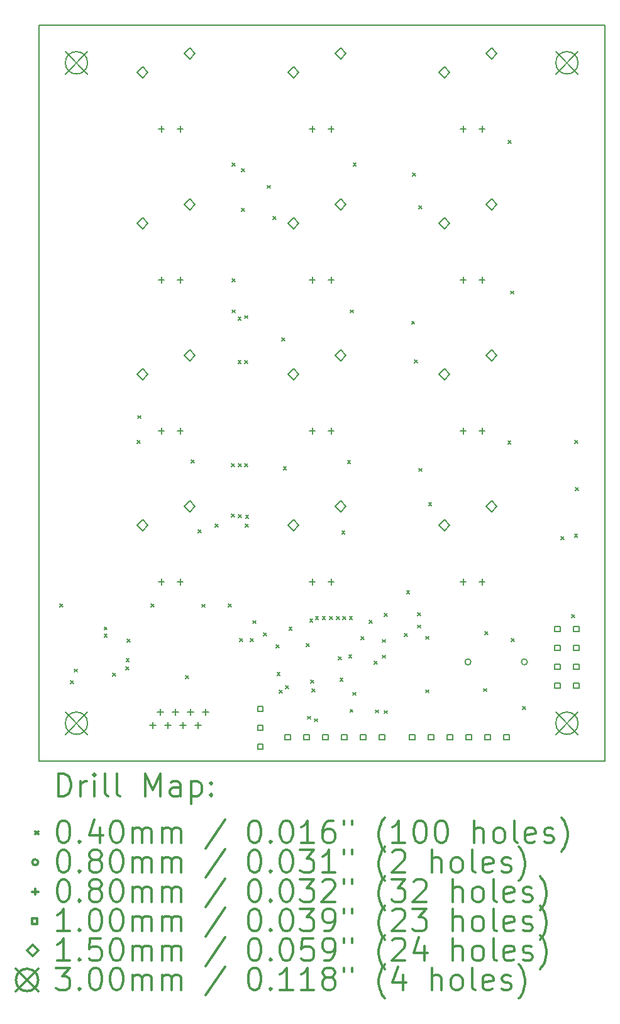
<source format=gbr>
%FSLAX45Y45*%
G04 Gerber Fmt 4.5, Leading zero omitted, Abs format (unit mm)*
G04 Created by KiCad (PCBNEW (2015-10-14 BZR 6269, Git 3ca8244)-product) date Fri 03 Jun 2016 07:48:57 PM IST*
%MOMM*%
G01*
G04 APERTURE LIST*
%ADD10C,0.127000*%
%ADD11C,0.150000*%
%ADD12C,0.200000*%
%ADD13C,0.300000*%
G04 APERTURE END LIST*
D10*
D11*
X9906000Y-3429000D02*
X2286000Y-3429000D01*
X2286000Y-13335000D02*
X2286000Y-3429000D01*
X9906000Y-13335000D02*
X2286000Y-13335000D01*
X9906000Y-3429000D02*
X9906000Y-13335000D01*
D12*
X2570800Y-11219500D02*
X2610800Y-11259500D01*
X2610800Y-11219500D02*
X2570800Y-11259500D01*
X2716850Y-12254550D02*
X2756850Y-12294550D01*
X2756850Y-12254550D02*
X2716850Y-12294550D01*
X2765913Y-12097446D02*
X2805913Y-12137446D01*
X2805913Y-12097446D02*
X2765913Y-12137446D01*
X3167700Y-11530650D02*
X3207700Y-11570650D01*
X3207700Y-11530650D02*
X3167700Y-11570650D01*
X3167700Y-11625900D02*
X3207700Y-11665900D01*
X3207700Y-11625900D02*
X3167700Y-11665900D01*
X3282000Y-12152950D02*
X3322000Y-12192950D01*
X3322000Y-12152950D02*
X3282000Y-12192950D01*
X3459800Y-12070400D02*
X3499800Y-12110400D01*
X3499800Y-12070400D02*
X3459800Y-12110400D01*
X3462400Y-11957700D02*
X3502400Y-11997700D01*
X3502400Y-11957700D02*
X3462400Y-11997700D01*
X3478850Y-11695750D02*
X3518850Y-11735750D01*
X3518850Y-11695750D02*
X3478850Y-11735750D01*
X3612200Y-9022400D02*
X3652200Y-9062400D01*
X3652200Y-9022400D02*
X3612200Y-9062400D01*
X3618550Y-8685850D02*
X3658550Y-8725850D01*
X3658550Y-8685850D02*
X3618550Y-8725850D01*
X3796350Y-11219500D02*
X3836350Y-11259500D01*
X3836350Y-11219500D02*
X3796350Y-11259500D01*
X4262440Y-12185970D02*
X4302440Y-12225970D01*
X4302440Y-12185970D02*
X4262440Y-12225970D01*
X4340164Y-9285036D02*
X4380164Y-9325036D01*
X4380164Y-9285036D02*
X4340164Y-9325036D01*
X4430080Y-10223820D02*
X4470080Y-10263820D01*
X4470080Y-10223820D02*
X4430080Y-10263820D01*
X4482150Y-11225850D02*
X4522150Y-11265850D01*
X4522150Y-11225850D02*
X4482150Y-11265850D01*
X4659950Y-10146350D02*
X4699950Y-10186350D01*
X4699950Y-10146350D02*
X4659950Y-10186350D01*
X4841560Y-11222040D02*
X4881560Y-11262040D01*
X4881560Y-11222040D02*
X4841560Y-11262040D01*
X4882200Y-9333550D02*
X4922200Y-9373550D01*
X4922200Y-9333550D02*
X4882200Y-9373550D01*
X4882200Y-10013000D02*
X4922200Y-10053000D01*
X4922200Y-10013000D02*
X4882200Y-10053000D01*
X4888550Y-5288600D02*
X4928550Y-5328600D01*
X4928550Y-5288600D02*
X4888550Y-5328600D01*
X4888550Y-6844350D02*
X4928550Y-6884350D01*
X4928550Y-6844350D02*
X4888550Y-6884350D01*
X4888550Y-7263450D02*
X4928550Y-7303450D01*
X4928550Y-7263450D02*
X4888550Y-7303450D01*
X4971100Y-7358700D02*
X5011100Y-7398700D01*
X5011100Y-7358700D02*
X4971100Y-7398700D01*
X4971100Y-7942900D02*
X5011100Y-7982900D01*
X5011100Y-7942900D02*
X4971100Y-7982900D01*
X4977450Y-9333550D02*
X5017450Y-9373550D01*
X5017450Y-9333550D02*
X4977450Y-9373550D01*
X4977450Y-10019350D02*
X5017450Y-10059350D01*
X5017450Y-10019350D02*
X4977450Y-10059350D01*
X4988880Y-11688130D02*
X5028880Y-11728130D01*
X5028880Y-11688130D02*
X4988880Y-11728130D01*
X5015550Y-5364800D02*
X5055550Y-5404800D01*
X5055550Y-5364800D02*
X5015550Y-5404800D01*
X5015550Y-5898200D02*
X5055550Y-5938200D01*
X5055550Y-5898200D02*
X5015550Y-5938200D01*
X5057450Y-9333550D02*
X5097450Y-9373550D01*
X5097450Y-9333550D02*
X5057450Y-9373550D01*
X5060000Y-7339650D02*
X5100000Y-7379650D01*
X5100000Y-7339650D02*
X5060000Y-7379650D01*
X5060000Y-7942900D02*
X5100000Y-7982900D01*
X5100000Y-7942900D02*
X5060000Y-7982900D01*
X5066350Y-10146350D02*
X5106350Y-10186350D01*
X5106350Y-10146350D02*
X5066350Y-10186350D01*
X5072700Y-10025700D02*
X5112700Y-10065700D01*
X5112700Y-10025700D02*
X5072700Y-10065700D01*
X5133660Y-11688130D02*
X5173660Y-11728130D01*
X5173660Y-11688130D02*
X5133660Y-11728130D01*
X5166680Y-11446501D02*
X5206680Y-11486501D01*
X5206680Y-11446501D02*
X5166680Y-11486501D01*
X5314000Y-11611930D02*
X5354000Y-11651930D01*
X5354000Y-11611930D02*
X5314000Y-11651930D01*
X5364800Y-5587050D02*
X5404800Y-5627050D01*
X5404800Y-5587050D02*
X5364800Y-5627050D01*
X5441000Y-6006150D02*
X5481000Y-6046150D01*
X5481000Y-6006150D02*
X5441000Y-6046150D01*
X5485450Y-11771950D02*
X5525450Y-11811950D01*
X5525450Y-11771950D02*
X5485450Y-11811950D01*
X5494859Y-12141520D02*
X5534859Y-12181520D01*
X5534859Y-12141520D02*
X5494859Y-12181520D01*
X5527360Y-12380280D02*
X5567360Y-12420280D01*
X5567360Y-12380280D02*
X5527360Y-12420280D01*
X5561650Y-7638100D02*
X5601650Y-7678100D01*
X5601650Y-7638100D02*
X5561650Y-7678100D01*
X5580700Y-9378000D02*
X5620700Y-9418000D01*
X5620700Y-9378000D02*
X5580700Y-9418000D01*
X5608640Y-12324400D02*
X5648640Y-12364400D01*
X5648640Y-12324400D02*
X5608640Y-12364400D01*
X5655630Y-11534460D02*
X5695630Y-11574460D01*
X5695630Y-11534460D02*
X5655630Y-11574460D01*
X5888040Y-11755442D02*
X5928040Y-11795442D01*
X5928040Y-11755442D02*
X5888040Y-11795442D01*
X5903280Y-12731799D02*
X5943280Y-12771799D01*
X5943280Y-12731799D02*
X5903280Y-12771799D01*
X5936272Y-11424044D02*
X5976272Y-11464044D01*
X5976272Y-11424044D02*
X5936272Y-11464044D01*
X5949000Y-12248200D02*
X5989000Y-12288200D01*
X5989000Y-12248200D02*
X5949000Y-12288200D01*
X5968050Y-12362500D02*
X6008050Y-12402500D01*
X6008050Y-12362500D02*
X5968050Y-12402500D01*
X5999800Y-12766360D02*
X6039800Y-12806360D01*
X6039800Y-12766360D02*
X5999800Y-12806360D01*
X6012176Y-11391728D02*
X6052176Y-11431728D01*
X6052176Y-11391728D02*
X6012176Y-11431728D01*
X6103940Y-11390950D02*
X6143940Y-11430950D01*
X6143940Y-11390950D02*
X6103940Y-11430950D01*
X6201730Y-11389680D02*
X6241730Y-11429680D01*
X6241730Y-11389680D02*
X6201730Y-11429680D01*
X6294440Y-11388410D02*
X6334440Y-11428410D01*
X6334440Y-11388410D02*
X6294440Y-11428410D01*
X6321110Y-11933240D02*
X6361110Y-11973240D01*
X6361110Y-11933240D02*
X6321110Y-11973240D01*
X6342700Y-12222800D02*
X6382700Y-12262800D01*
X6382700Y-12222800D02*
X6342700Y-12262800D01*
X6368100Y-10241600D02*
X6408100Y-10281600D01*
X6408100Y-10241600D02*
X6368100Y-10281600D01*
X6382205Y-11387729D02*
X6422205Y-11427729D01*
X6422205Y-11387729D02*
X6382205Y-11427729D01*
X6444300Y-9289100D02*
X6484300Y-9329100D01*
X6484300Y-9289100D02*
X6444300Y-9329100D01*
X6459540Y-11904301D02*
X6499540Y-11944301D01*
X6499540Y-11904301D02*
X6459540Y-11944301D01*
X6469700Y-11393490D02*
X6509700Y-11433490D01*
X6509700Y-11393490D02*
X6469700Y-11433490D01*
X6477320Y-12640359D02*
X6517320Y-12680359D01*
X6517320Y-12640359D02*
X6477320Y-12680359D01*
X6482400Y-7263450D02*
X6522400Y-7303450D01*
X6522400Y-7263450D02*
X6482400Y-7303450D01*
X6517960Y-12410760D02*
X6557960Y-12450760D01*
X6557960Y-12410760D02*
X6517960Y-12450760D01*
X6520500Y-5288600D02*
X6560500Y-5328600D01*
X6560500Y-5288600D02*
X6520500Y-5328600D01*
X6624640Y-11663002D02*
X6664640Y-11703002D01*
X6664640Y-11663002D02*
X6624640Y-11703002D01*
X6733860Y-11443020D02*
X6773860Y-11483020D01*
X6773860Y-11443020D02*
X6733860Y-11483020D01*
X6806250Y-11994200D02*
X6846250Y-12034200D01*
X6846250Y-11994200D02*
X6806250Y-12034200D01*
X6818950Y-12648250D02*
X6858950Y-12688250D01*
X6858950Y-12648250D02*
X6818950Y-12688250D01*
X6911660Y-11699560D02*
X6951660Y-11739560D01*
X6951660Y-11699560D02*
X6911660Y-11739560D01*
X6914200Y-11910380D02*
X6954200Y-11950380D01*
X6954200Y-11910380D02*
X6914200Y-11950380D01*
X6937060Y-12655599D02*
X6977060Y-12695599D01*
X6977060Y-12655599D02*
X6937060Y-12695599D01*
X6939600Y-11349040D02*
X6979600Y-11389040D01*
X6979600Y-11349040D02*
X6939600Y-11389040D01*
X7208840Y-11618280D02*
X7248840Y-11658280D01*
X7248840Y-11618280D02*
X7208840Y-11658280D01*
X7239320Y-11044240D02*
X7279320Y-11084240D01*
X7279320Y-11044240D02*
X7239320Y-11084240D01*
X7307900Y-7415850D02*
X7347900Y-7455850D01*
X7347900Y-7415850D02*
X7307900Y-7455850D01*
X7320600Y-5421950D02*
X7360600Y-5461950D01*
X7360600Y-5421950D02*
X7320600Y-5461950D01*
X7346000Y-7936550D02*
X7386000Y-7976550D01*
X7386000Y-7936550D02*
X7346000Y-7976550D01*
X7390450Y-11505250D02*
X7430450Y-11545250D01*
X7430450Y-11505250D02*
X7390450Y-11545250D01*
X7390704Y-11336848D02*
X7430704Y-11376848D01*
X7430704Y-11336848D02*
X7390704Y-11376848D01*
X7403150Y-5860100D02*
X7443150Y-5900100D01*
X7443150Y-5860100D02*
X7403150Y-5900100D01*
X7403150Y-9397050D02*
X7443150Y-9437050D01*
X7443150Y-9397050D02*
X7403150Y-9437050D01*
X7495860Y-12377740D02*
X7535860Y-12417740D01*
X7535860Y-12377740D02*
X7495860Y-12417740D01*
X7498400Y-11657650D02*
X7538400Y-11697650D01*
X7538400Y-11657650D02*
X7498400Y-11697650D01*
X7536500Y-9860600D02*
X7576500Y-9900600D01*
X7576500Y-9860600D02*
X7536500Y-9900600D01*
X8275640Y-12359960D02*
X8315640Y-12399960D01*
X8315640Y-12359960D02*
X8275640Y-12399960D01*
X8295960Y-11595420D02*
X8335960Y-11635420D01*
X8335960Y-11595420D02*
X8295960Y-11635420D01*
X8603300Y-9028750D02*
X8643300Y-9068750D01*
X8643300Y-9028750D02*
X8603300Y-9068750D01*
X8609650Y-4983800D02*
X8649650Y-5023800D01*
X8649650Y-4983800D02*
X8609650Y-5023800D01*
X8641400Y-7009450D02*
X8681400Y-7049450D01*
X8681400Y-7009450D02*
X8641400Y-7049450D01*
X8650545Y-11688385D02*
X8690545Y-11728385D01*
X8690545Y-11688385D02*
X8650545Y-11728385D01*
X8798880Y-12603800D02*
X8838880Y-12643800D01*
X8838880Y-12603800D02*
X8798880Y-12643800D01*
X9317040Y-10312720D02*
X9357040Y-10352720D01*
X9357040Y-10312720D02*
X9317040Y-10352720D01*
X9459280Y-11364280D02*
X9499280Y-11404280D01*
X9499280Y-11364280D02*
X9459280Y-11404280D01*
X9499920Y-10282240D02*
X9539920Y-10322240D01*
X9539920Y-10282240D02*
X9499920Y-10322240D01*
X9505000Y-9017320D02*
X9545000Y-9057320D01*
X9545000Y-9017320D02*
X9505000Y-9057320D01*
X9510080Y-9652320D02*
X9550080Y-9692320D01*
X9550080Y-9652320D02*
X9510080Y-9692320D01*
X8105500Y-12001500D02*
G75*
G03X8105500Y-12001500I-40000J0D01*
G01*
X8865500Y-12001500D02*
G75*
G03X8865500Y-12001500I-40000J0D01*
G01*
X3822700Y-12812395D02*
X3822700Y-12892405D01*
X3782695Y-12852400D02*
X3862705Y-12852400D01*
X3924046Y-12634341D02*
X3924046Y-12714351D01*
X3884041Y-12674346D02*
X3964051Y-12674346D01*
X3937000Y-4785995D02*
X3937000Y-4866005D01*
X3896995Y-4826000D02*
X3977005Y-4826000D01*
X3937000Y-6817995D02*
X3937000Y-6898005D01*
X3896995Y-6858000D02*
X3977005Y-6858000D01*
X3937000Y-8849995D02*
X3937000Y-8930005D01*
X3896995Y-8890000D02*
X3977005Y-8890000D01*
X3937000Y-10881995D02*
X3937000Y-10962005D01*
X3896995Y-10922000D02*
X3977005Y-10922000D01*
X4025646Y-12812395D02*
X4025646Y-12892405D01*
X3985641Y-12852400D02*
X4065651Y-12852400D01*
X4126992Y-12634341D02*
X4126992Y-12714351D01*
X4086987Y-12674346D02*
X4166997Y-12674346D01*
X4191000Y-4785995D02*
X4191000Y-4866005D01*
X4150995Y-4826000D02*
X4231005Y-4826000D01*
X4191000Y-6817995D02*
X4191000Y-6898005D01*
X4150995Y-6858000D02*
X4231005Y-6858000D01*
X4191000Y-8849995D02*
X4191000Y-8930005D01*
X4150995Y-8890000D02*
X4231005Y-8890000D01*
X4191000Y-10881995D02*
X4191000Y-10962005D01*
X4150995Y-10922000D02*
X4231005Y-10922000D01*
X4228592Y-12812395D02*
X4228592Y-12892405D01*
X4188587Y-12852400D02*
X4268597Y-12852400D01*
X4329938Y-12634341D02*
X4329938Y-12714351D01*
X4289933Y-12674346D02*
X4369943Y-12674346D01*
X4431538Y-12812395D02*
X4431538Y-12892405D01*
X4391533Y-12852400D02*
X4471543Y-12852400D01*
X4532884Y-12634341D02*
X4532884Y-12714351D01*
X4492879Y-12674346D02*
X4572889Y-12674346D01*
X5969000Y-4785995D02*
X5969000Y-4866005D01*
X5928995Y-4826000D02*
X6009005Y-4826000D01*
X5969000Y-6817995D02*
X5969000Y-6898005D01*
X5928995Y-6858000D02*
X6009005Y-6858000D01*
X5969000Y-8849995D02*
X5969000Y-8930005D01*
X5928995Y-8890000D02*
X6009005Y-8890000D01*
X5969000Y-10881995D02*
X5969000Y-10962005D01*
X5928995Y-10922000D02*
X6009005Y-10922000D01*
X6223000Y-4785995D02*
X6223000Y-4866005D01*
X6182995Y-4826000D02*
X6263005Y-4826000D01*
X6223000Y-6817995D02*
X6223000Y-6898005D01*
X6182995Y-6858000D02*
X6263005Y-6858000D01*
X6223000Y-8849995D02*
X6223000Y-8930005D01*
X6182995Y-8890000D02*
X6263005Y-8890000D01*
X6223000Y-10881995D02*
X6223000Y-10962005D01*
X6182995Y-10922000D02*
X6263005Y-10922000D01*
X8001000Y-4785995D02*
X8001000Y-4866005D01*
X7960995Y-4826000D02*
X8041005Y-4826000D01*
X8001000Y-6817995D02*
X8001000Y-6898005D01*
X7960995Y-6858000D02*
X8041005Y-6858000D01*
X8001000Y-8849995D02*
X8001000Y-8930005D01*
X7960995Y-8890000D02*
X8041005Y-8890000D01*
X8001000Y-10881995D02*
X8001000Y-10962005D01*
X7960995Y-10922000D02*
X8041005Y-10922000D01*
X8255000Y-4785995D02*
X8255000Y-4866005D01*
X8214995Y-4826000D02*
X8295005Y-4826000D01*
X8255000Y-6817995D02*
X8255000Y-6898005D01*
X8214995Y-6858000D02*
X8295005Y-6858000D01*
X8255000Y-8849995D02*
X8255000Y-8930005D01*
X8214995Y-8890000D02*
X8295005Y-8890000D01*
X8255000Y-10881995D02*
X8255000Y-10962005D01*
X8214995Y-10922000D02*
X8295005Y-10922000D01*
X5305883Y-12671882D02*
X5305883Y-12601117D01*
X5235118Y-12601117D01*
X5235118Y-12671882D01*
X5305883Y-12671882D01*
X5305883Y-12925882D02*
X5305883Y-12855117D01*
X5235118Y-12855117D01*
X5235118Y-12925882D01*
X5305883Y-12925882D01*
X5305883Y-13179882D02*
X5305883Y-13109117D01*
X5235118Y-13109117D01*
X5235118Y-13179882D01*
X5305883Y-13179882D01*
X5674182Y-13052882D02*
X5674182Y-12982117D01*
X5603417Y-12982117D01*
X5603417Y-13052882D01*
X5674182Y-13052882D01*
X5928182Y-13052882D02*
X5928182Y-12982117D01*
X5857417Y-12982117D01*
X5857417Y-13052882D01*
X5928182Y-13052882D01*
X6182182Y-13052882D02*
X6182182Y-12982117D01*
X6111417Y-12982117D01*
X6111417Y-13052882D01*
X6182182Y-13052882D01*
X6436182Y-13052882D02*
X6436182Y-12982117D01*
X6365417Y-12982117D01*
X6365417Y-13052882D01*
X6436182Y-13052882D01*
X6690182Y-13052882D02*
X6690182Y-12982117D01*
X6619417Y-12982117D01*
X6619417Y-13052882D01*
X6690182Y-13052882D01*
X6944182Y-13052882D02*
X6944182Y-12982117D01*
X6873417Y-12982117D01*
X6873417Y-13052882D01*
X6944182Y-13052882D01*
X7350582Y-13052882D02*
X7350582Y-12982117D01*
X7279817Y-12982117D01*
X7279817Y-13052882D01*
X7350582Y-13052882D01*
X7604582Y-13052882D02*
X7604582Y-12982117D01*
X7533817Y-12982117D01*
X7533817Y-13052882D01*
X7604582Y-13052882D01*
X7858582Y-13052882D02*
X7858582Y-12982117D01*
X7787817Y-12982117D01*
X7787817Y-13052882D01*
X7858582Y-13052882D01*
X8112582Y-13052882D02*
X8112582Y-12982117D01*
X8041817Y-12982117D01*
X8041817Y-13052882D01*
X8112582Y-13052882D01*
X8366582Y-13052882D02*
X8366582Y-12982117D01*
X8295817Y-12982117D01*
X8295817Y-13052882D01*
X8366582Y-13052882D01*
X8620583Y-13052882D02*
X8620583Y-12982117D01*
X8549818Y-12982117D01*
X8549818Y-13052882D01*
X8620583Y-13052882D01*
X9306383Y-11592382D02*
X9306383Y-11521617D01*
X9235618Y-11521617D01*
X9235618Y-11592382D01*
X9306383Y-11592382D01*
X9306383Y-11846382D02*
X9306383Y-11775617D01*
X9235618Y-11775617D01*
X9235618Y-11846382D01*
X9306383Y-11846382D01*
X9306383Y-12100382D02*
X9306383Y-12029617D01*
X9235618Y-12029617D01*
X9235618Y-12100382D01*
X9306383Y-12100382D01*
X9306383Y-12354382D02*
X9306383Y-12283617D01*
X9235618Y-12283617D01*
X9235618Y-12354382D01*
X9306383Y-12354382D01*
X9560383Y-11592382D02*
X9560383Y-11521617D01*
X9489618Y-11521617D01*
X9489618Y-11592382D01*
X9560383Y-11592382D01*
X9560383Y-11846382D02*
X9560383Y-11775617D01*
X9489618Y-11775617D01*
X9489618Y-11846382D01*
X9560383Y-11846382D01*
X9560383Y-12100382D02*
X9560383Y-12029617D01*
X9489618Y-12029617D01*
X9489618Y-12100382D01*
X9560383Y-12100382D01*
X9560383Y-12354382D02*
X9560383Y-12283617D01*
X9489618Y-12283617D01*
X9489618Y-12354382D01*
X9560383Y-12354382D01*
X3683000Y-4139000D02*
X3758000Y-4064000D01*
X3683000Y-3989000D01*
X3608000Y-4064000D01*
X3683000Y-4139000D01*
X3683000Y-6171000D02*
X3758000Y-6096000D01*
X3683000Y-6021000D01*
X3608000Y-6096000D01*
X3683000Y-6171000D01*
X3683000Y-8203000D02*
X3758000Y-8128000D01*
X3683000Y-8053000D01*
X3608000Y-8128000D01*
X3683000Y-8203000D01*
X3683000Y-10235000D02*
X3758000Y-10160000D01*
X3683000Y-10085000D01*
X3608000Y-10160000D01*
X3683000Y-10235000D01*
X4318000Y-3885000D02*
X4393000Y-3810000D01*
X4318000Y-3735000D01*
X4243000Y-3810000D01*
X4318000Y-3885000D01*
X4318000Y-5917000D02*
X4393000Y-5842000D01*
X4318000Y-5767000D01*
X4243000Y-5842000D01*
X4318000Y-5917000D01*
X4318000Y-7949000D02*
X4393000Y-7874000D01*
X4318000Y-7799000D01*
X4243000Y-7874000D01*
X4318000Y-7949000D01*
X4318000Y-9981000D02*
X4393000Y-9906000D01*
X4318000Y-9831000D01*
X4243000Y-9906000D01*
X4318000Y-9981000D01*
X5715000Y-4139000D02*
X5790000Y-4064000D01*
X5715000Y-3989000D01*
X5640000Y-4064000D01*
X5715000Y-4139000D01*
X5715000Y-6171000D02*
X5790000Y-6096000D01*
X5715000Y-6021000D01*
X5640000Y-6096000D01*
X5715000Y-6171000D01*
X5715000Y-8203000D02*
X5790000Y-8128000D01*
X5715000Y-8053000D01*
X5640000Y-8128000D01*
X5715000Y-8203000D01*
X5715000Y-10235000D02*
X5790000Y-10160000D01*
X5715000Y-10085000D01*
X5640000Y-10160000D01*
X5715000Y-10235000D01*
X6350000Y-3885000D02*
X6425000Y-3810000D01*
X6350000Y-3735000D01*
X6275000Y-3810000D01*
X6350000Y-3885000D01*
X6350000Y-5917000D02*
X6425000Y-5842000D01*
X6350000Y-5767000D01*
X6275000Y-5842000D01*
X6350000Y-5917000D01*
X6350000Y-7949000D02*
X6425000Y-7874000D01*
X6350000Y-7799000D01*
X6275000Y-7874000D01*
X6350000Y-7949000D01*
X6350000Y-9981000D02*
X6425000Y-9906000D01*
X6350000Y-9831000D01*
X6275000Y-9906000D01*
X6350000Y-9981000D01*
X7747000Y-4139000D02*
X7822000Y-4064000D01*
X7747000Y-3989000D01*
X7672000Y-4064000D01*
X7747000Y-4139000D01*
X7747000Y-6171000D02*
X7822000Y-6096000D01*
X7747000Y-6021000D01*
X7672000Y-6096000D01*
X7747000Y-6171000D01*
X7747000Y-8203000D02*
X7822000Y-8128000D01*
X7747000Y-8053000D01*
X7672000Y-8128000D01*
X7747000Y-8203000D01*
X7747000Y-10235000D02*
X7822000Y-10160000D01*
X7747000Y-10085000D01*
X7672000Y-10160000D01*
X7747000Y-10235000D01*
X8382000Y-3885000D02*
X8457000Y-3810000D01*
X8382000Y-3735000D01*
X8307000Y-3810000D01*
X8382000Y-3885000D01*
X8382000Y-5917000D02*
X8457000Y-5842000D01*
X8382000Y-5767000D01*
X8307000Y-5842000D01*
X8382000Y-5917000D01*
X8382000Y-7949000D02*
X8457000Y-7874000D01*
X8382000Y-7799000D01*
X8307000Y-7874000D01*
X8382000Y-7949000D01*
X8382000Y-9981000D02*
X8457000Y-9906000D01*
X8382000Y-9831000D01*
X8307000Y-9906000D01*
X8382000Y-9981000D01*
X2644013Y-3787013D02*
X2943987Y-4086987D01*
X2943987Y-3787013D02*
X2644013Y-4086987D01*
X2943987Y-3937000D02*
G75*
G03X2943987Y-3937000I-149987J0D01*
G01*
X2644013Y-12677013D02*
X2943987Y-12976987D01*
X2943987Y-12677013D02*
X2644013Y-12976987D01*
X2943987Y-12827000D02*
G75*
G03X2943987Y-12827000I-149987J0D01*
G01*
X9248013Y-3787013D02*
X9547987Y-4086987D01*
X9547987Y-3787013D02*
X9248013Y-4086987D01*
X9547987Y-3937000D02*
G75*
G03X9547987Y-3937000I-149987J0D01*
G01*
X9248013Y-12677013D02*
X9547987Y-12976987D01*
X9547987Y-12677013D02*
X9248013Y-12976987D01*
X9547987Y-12827000D02*
G75*
G03X9547987Y-12827000I-149987J0D01*
G01*
D13*
X2549929Y-13808214D02*
X2549929Y-13508214D01*
X2621357Y-13508214D01*
X2664214Y-13522500D01*
X2692786Y-13551071D01*
X2707071Y-13579643D01*
X2721357Y-13636786D01*
X2721357Y-13679643D01*
X2707071Y-13736786D01*
X2692786Y-13765357D01*
X2664214Y-13793929D01*
X2621357Y-13808214D01*
X2549929Y-13808214D01*
X2849928Y-13808214D02*
X2849928Y-13608214D01*
X2849928Y-13665357D02*
X2864214Y-13636786D01*
X2878500Y-13622500D01*
X2907071Y-13608214D01*
X2935643Y-13608214D01*
X3035643Y-13808214D02*
X3035643Y-13608214D01*
X3035643Y-13508214D02*
X3021357Y-13522500D01*
X3035643Y-13536786D01*
X3049928Y-13522500D01*
X3035643Y-13508214D01*
X3035643Y-13536786D01*
X3221357Y-13808214D02*
X3192786Y-13793929D01*
X3178500Y-13765357D01*
X3178500Y-13508214D01*
X3378500Y-13808214D02*
X3349928Y-13793929D01*
X3335643Y-13765357D01*
X3335643Y-13508214D01*
X3721357Y-13808214D02*
X3721357Y-13508214D01*
X3821357Y-13722500D01*
X3921357Y-13508214D01*
X3921357Y-13808214D01*
X4192786Y-13808214D02*
X4192786Y-13651071D01*
X4178500Y-13622500D01*
X4149928Y-13608214D01*
X4092786Y-13608214D01*
X4064214Y-13622500D01*
X4192786Y-13793929D02*
X4164214Y-13808214D01*
X4092786Y-13808214D01*
X4064214Y-13793929D01*
X4049928Y-13765357D01*
X4049928Y-13736786D01*
X4064214Y-13708214D01*
X4092786Y-13693929D01*
X4164214Y-13693929D01*
X4192786Y-13679643D01*
X4335643Y-13608214D02*
X4335643Y-13908214D01*
X4335643Y-13622500D02*
X4364214Y-13608214D01*
X4421357Y-13608214D01*
X4449929Y-13622500D01*
X4464214Y-13636786D01*
X4478500Y-13665357D01*
X4478500Y-13751071D01*
X4464214Y-13779643D01*
X4449929Y-13793929D01*
X4421357Y-13808214D01*
X4364214Y-13808214D01*
X4335643Y-13793929D01*
X4607071Y-13779643D02*
X4621357Y-13793929D01*
X4607071Y-13808214D01*
X4592786Y-13793929D01*
X4607071Y-13779643D01*
X4607071Y-13808214D01*
X4607071Y-13622500D02*
X4621357Y-13636786D01*
X4607071Y-13651071D01*
X4592786Y-13636786D01*
X4607071Y-13622500D01*
X4607071Y-13651071D01*
X2238500Y-14282500D02*
X2278500Y-14322500D01*
X2278500Y-14282500D02*
X2238500Y-14322500D01*
X2607071Y-14138214D02*
X2635643Y-14138214D01*
X2664214Y-14152500D01*
X2678500Y-14166786D01*
X2692786Y-14195357D01*
X2707071Y-14252500D01*
X2707071Y-14323929D01*
X2692786Y-14381071D01*
X2678500Y-14409643D01*
X2664214Y-14423929D01*
X2635643Y-14438214D01*
X2607071Y-14438214D01*
X2578500Y-14423929D01*
X2564214Y-14409643D01*
X2549929Y-14381071D01*
X2535643Y-14323929D01*
X2535643Y-14252500D01*
X2549929Y-14195357D01*
X2564214Y-14166786D01*
X2578500Y-14152500D01*
X2607071Y-14138214D01*
X2835643Y-14409643D02*
X2849928Y-14423929D01*
X2835643Y-14438214D01*
X2821357Y-14423929D01*
X2835643Y-14409643D01*
X2835643Y-14438214D01*
X3107071Y-14238214D02*
X3107071Y-14438214D01*
X3035643Y-14123929D02*
X2964214Y-14338214D01*
X3149928Y-14338214D01*
X3321357Y-14138214D02*
X3349928Y-14138214D01*
X3378500Y-14152500D01*
X3392786Y-14166786D01*
X3407071Y-14195357D01*
X3421357Y-14252500D01*
X3421357Y-14323929D01*
X3407071Y-14381071D01*
X3392786Y-14409643D01*
X3378500Y-14423929D01*
X3349928Y-14438214D01*
X3321357Y-14438214D01*
X3292786Y-14423929D01*
X3278500Y-14409643D01*
X3264214Y-14381071D01*
X3249928Y-14323929D01*
X3249928Y-14252500D01*
X3264214Y-14195357D01*
X3278500Y-14166786D01*
X3292786Y-14152500D01*
X3321357Y-14138214D01*
X3549928Y-14438214D02*
X3549928Y-14238214D01*
X3549928Y-14266786D02*
X3564214Y-14252500D01*
X3592786Y-14238214D01*
X3635643Y-14238214D01*
X3664214Y-14252500D01*
X3678500Y-14281071D01*
X3678500Y-14438214D01*
X3678500Y-14281071D02*
X3692786Y-14252500D01*
X3721357Y-14238214D01*
X3764214Y-14238214D01*
X3792786Y-14252500D01*
X3807071Y-14281071D01*
X3807071Y-14438214D01*
X3949928Y-14438214D02*
X3949928Y-14238214D01*
X3949928Y-14266786D02*
X3964214Y-14252500D01*
X3992786Y-14238214D01*
X4035643Y-14238214D01*
X4064214Y-14252500D01*
X4078500Y-14281071D01*
X4078500Y-14438214D01*
X4078500Y-14281071D02*
X4092786Y-14252500D01*
X4121357Y-14238214D01*
X4164214Y-14238214D01*
X4192786Y-14252500D01*
X4207071Y-14281071D01*
X4207071Y-14438214D01*
X4792786Y-14123929D02*
X4535643Y-14509643D01*
X5178500Y-14138214D02*
X5207071Y-14138214D01*
X5235643Y-14152500D01*
X5249928Y-14166786D01*
X5264214Y-14195357D01*
X5278500Y-14252500D01*
X5278500Y-14323929D01*
X5264214Y-14381071D01*
X5249928Y-14409643D01*
X5235643Y-14423929D01*
X5207071Y-14438214D01*
X5178500Y-14438214D01*
X5149928Y-14423929D01*
X5135643Y-14409643D01*
X5121357Y-14381071D01*
X5107071Y-14323929D01*
X5107071Y-14252500D01*
X5121357Y-14195357D01*
X5135643Y-14166786D01*
X5149928Y-14152500D01*
X5178500Y-14138214D01*
X5407071Y-14409643D02*
X5421357Y-14423929D01*
X5407071Y-14438214D01*
X5392786Y-14423929D01*
X5407071Y-14409643D01*
X5407071Y-14438214D01*
X5607071Y-14138214D02*
X5635643Y-14138214D01*
X5664214Y-14152500D01*
X5678500Y-14166786D01*
X5692785Y-14195357D01*
X5707071Y-14252500D01*
X5707071Y-14323929D01*
X5692785Y-14381071D01*
X5678500Y-14409643D01*
X5664214Y-14423929D01*
X5635643Y-14438214D01*
X5607071Y-14438214D01*
X5578500Y-14423929D01*
X5564214Y-14409643D01*
X5549928Y-14381071D01*
X5535643Y-14323929D01*
X5535643Y-14252500D01*
X5549928Y-14195357D01*
X5564214Y-14166786D01*
X5578500Y-14152500D01*
X5607071Y-14138214D01*
X5992785Y-14438214D02*
X5821357Y-14438214D01*
X5907071Y-14438214D02*
X5907071Y-14138214D01*
X5878500Y-14181071D01*
X5849928Y-14209643D01*
X5821357Y-14223929D01*
X6249928Y-14138214D02*
X6192785Y-14138214D01*
X6164214Y-14152500D01*
X6149928Y-14166786D01*
X6121357Y-14209643D01*
X6107071Y-14266786D01*
X6107071Y-14381071D01*
X6121357Y-14409643D01*
X6135643Y-14423929D01*
X6164214Y-14438214D01*
X6221357Y-14438214D01*
X6249928Y-14423929D01*
X6264214Y-14409643D01*
X6278500Y-14381071D01*
X6278500Y-14309643D01*
X6264214Y-14281071D01*
X6249928Y-14266786D01*
X6221357Y-14252500D01*
X6164214Y-14252500D01*
X6135643Y-14266786D01*
X6121357Y-14281071D01*
X6107071Y-14309643D01*
X6392786Y-14138214D02*
X6392786Y-14195357D01*
X6507071Y-14138214D02*
X6507071Y-14195357D01*
X6949928Y-14552500D02*
X6935643Y-14538214D01*
X6907071Y-14495357D01*
X6892785Y-14466786D01*
X6878500Y-14423929D01*
X6864214Y-14352500D01*
X6864214Y-14295357D01*
X6878500Y-14223929D01*
X6892785Y-14181071D01*
X6907071Y-14152500D01*
X6935643Y-14109643D01*
X6949928Y-14095357D01*
X7221357Y-14438214D02*
X7049928Y-14438214D01*
X7135643Y-14438214D02*
X7135643Y-14138214D01*
X7107071Y-14181071D01*
X7078500Y-14209643D01*
X7049928Y-14223929D01*
X7407071Y-14138214D02*
X7435643Y-14138214D01*
X7464214Y-14152500D01*
X7478500Y-14166786D01*
X7492785Y-14195357D01*
X7507071Y-14252500D01*
X7507071Y-14323929D01*
X7492785Y-14381071D01*
X7478500Y-14409643D01*
X7464214Y-14423929D01*
X7435643Y-14438214D01*
X7407071Y-14438214D01*
X7378500Y-14423929D01*
X7364214Y-14409643D01*
X7349928Y-14381071D01*
X7335643Y-14323929D01*
X7335643Y-14252500D01*
X7349928Y-14195357D01*
X7364214Y-14166786D01*
X7378500Y-14152500D01*
X7407071Y-14138214D01*
X7692785Y-14138214D02*
X7721357Y-14138214D01*
X7749928Y-14152500D01*
X7764214Y-14166786D01*
X7778500Y-14195357D01*
X7792785Y-14252500D01*
X7792785Y-14323929D01*
X7778500Y-14381071D01*
X7764214Y-14409643D01*
X7749928Y-14423929D01*
X7721357Y-14438214D01*
X7692785Y-14438214D01*
X7664214Y-14423929D01*
X7649928Y-14409643D01*
X7635643Y-14381071D01*
X7621357Y-14323929D01*
X7621357Y-14252500D01*
X7635643Y-14195357D01*
X7649928Y-14166786D01*
X7664214Y-14152500D01*
X7692785Y-14138214D01*
X8149928Y-14438214D02*
X8149928Y-14138214D01*
X8278500Y-14438214D02*
X8278500Y-14281071D01*
X8264214Y-14252500D01*
X8235643Y-14238214D01*
X8192785Y-14238214D01*
X8164214Y-14252500D01*
X8149928Y-14266786D01*
X8464214Y-14438214D02*
X8435643Y-14423929D01*
X8421357Y-14409643D01*
X8407071Y-14381071D01*
X8407071Y-14295357D01*
X8421357Y-14266786D01*
X8435643Y-14252500D01*
X8464214Y-14238214D01*
X8507071Y-14238214D01*
X8535643Y-14252500D01*
X8549928Y-14266786D01*
X8564214Y-14295357D01*
X8564214Y-14381071D01*
X8549928Y-14409643D01*
X8535643Y-14423929D01*
X8507071Y-14438214D01*
X8464214Y-14438214D01*
X8735643Y-14438214D02*
X8707071Y-14423929D01*
X8692786Y-14395357D01*
X8692786Y-14138214D01*
X8964214Y-14423929D02*
X8935643Y-14438214D01*
X8878500Y-14438214D01*
X8849929Y-14423929D01*
X8835643Y-14395357D01*
X8835643Y-14281071D01*
X8849929Y-14252500D01*
X8878500Y-14238214D01*
X8935643Y-14238214D01*
X8964214Y-14252500D01*
X8978500Y-14281071D01*
X8978500Y-14309643D01*
X8835643Y-14338214D01*
X9092786Y-14423929D02*
X9121357Y-14438214D01*
X9178500Y-14438214D01*
X9207071Y-14423929D01*
X9221357Y-14395357D01*
X9221357Y-14381071D01*
X9207071Y-14352500D01*
X9178500Y-14338214D01*
X9135643Y-14338214D01*
X9107071Y-14323929D01*
X9092786Y-14295357D01*
X9092786Y-14281071D01*
X9107071Y-14252500D01*
X9135643Y-14238214D01*
X9178500Y-14238214D01*
X9207071Y-14252500D01*
X9321357Y-14552500D02*
X9335643Y-14538214D01*
X9364214Y-14495357D01*
X9378500Y-14466786D01*
X9392786Y-14423929D01*
X9407071Y-14352500D01*
X9407071Y-14295357D01*
X9392786Y-14223929D01*
X9378500Y-14181071D01*
X9364214Y-14152500D01*
X9335643Y-14109643D01*
X9321357Y-14095357D01*
X2278500Y-14698500D02*
G75*
G03X2278500Y-14698500I-40000J0D01*
G01*
X2607071Y-14534214D02*
X2635643Y-14534214D01*
X2664214Y-14548500D01*
X2678500Y-14562786D01*
X2692786Y-14591357D01*
X2707071Y-14648500D01*
X2707071Y-14719929D01*
X2692786Y-14777071D01*
X2678500Y-14805643D01*
X2664214Y-14819929D01*
X2635643Y-14834214D01*
X2607071Y-14834214D01*
X2578500Y-14819929D01*
X2564214Y-14805643D01*
X2549929Y-14777071D01*
X2535643Y-14719929D01*
X2535643Y-14648500D01*
X2549929Y-14591357D01*
X2564214Y-14562786D01*
X2578500Y-14548500D01*
X2607071Y-14534214D01*
X2835643Y-14805643D02*
X2849928Y-14819929D01*
X2835643Y-14834214D01*
X2821357Y-14819929D01*
X2835643Y-14805643D01*
X2835643Y-14834214D01*
X3021357Y-14662786D02*
X2992786Y-14648500D01*
X2978500Y-14634214D01*
X2964214Y-14605643D01*
X2964214Y-14591357D01*
X2978500Y-14562786D01*
X2992786Y-14548500D01*
X3021357Y-14534214D01*
X3078500Y-14534214D01*
X3107071Y-14548500D01*
X3121357Y-14562786D01*
X3135643Y-14591357D01*
X3135643Y-14605643D01*
X3121357Y-14634214D01*
X3107071Y-14648500D01*
X3078500Y-14662786D01*
X3021357Y-14662786D01*
X2992786Y-14677071D01*
X2978500Y-14691357D01*
X2964214Y-14719929D01*
X2964214Y-14777071D01*
X2978500Y-14805643D01*
X2992786Y-14819929D01*
X3021357Y-14834214D01*
X3078500Y-14834214D01*
X3107071Y-14819929D01*
X3121357Y-14805643D01*
X3135643Y-14777071D01*
X3135643Y-14719929D01*
X3121357Y-14691357D01*
X3107071Y-14677071D01*
X3078500Y-14662786D01*
X3321357Y-14534214D02*
X3349928Y-14534214D01*
X3378500Y-14548500D01*
X3392786Y-14562786D01*
X3407071Y-14591357D01*
X3421357Y-14648500D01*
X3421357Y-14719929D01*
X3407071Y-14777071D01*
X3392786Y-14805643D01*
X3378500Y-14819929D01*
X3349928Y-14834214D01*
X3321357Y-14834214D01*
X3292786Y-14819929D01*
X3278500Y-14805643D01*
X3264214Y-14777071D01*
X3249928Y-14719929D01*
X3249928Y-14648500D01*
X3264214Y-14591357D01*
X3278500Y-14562786D01*
X3292786Y-14548500D01*
X3321357Y-14534214D01*
X3549928Y-14834214D02*
X3549928Y-14634214D01*
X3549928Y-14662786D02*
X3564214Y-14648500D01*
X3592786Y-14634214D01*
X3635643Y-14634214D01*
X3664214Y-14648500D01*
X3678500Y-14677071D01*
X3678500Y-14834214D01*
X3678500Y-14677071D02*
X3692786Y-14648500D01*
X3721357Y-14634214D01*
X3764214Y-14634214D01*
X3792786Y-14648500D01*
X3807071Y-14677071D01*
X3807071Y-14834214D01*
X3949928Y-14834214D02*
X3949928Y-14634214D01*
X3949928Y-14662786D02*
X3964214Y-14648500D01*
X3992786Y-14634214D01*
X4035643Y-14634214D01*
X4064214Y-14648500D01*
X4078500Y-14677071D01*
X4078500Y-14834214D01*
X4078500Y-14677071D02*
X4092786Y-14648500D01*
X4121357Y-14634214D01*
X4164214Y-14634214D01*
X4192786Y-14648500D01*
X4207071Y-14677071D01*
X4207071Y-14834214D01*
X4792786Y-14519929D02*
X4535643Y-14905643D01*
X5178500Y-14534214D02*
X5207071Y-14534214D01*
X5235643Y-14548500D01*
X5249928Y-14562786D01*
X5264214Y-14591357D01*
X5278500Y-14648500D01*
X5278500Y-14719929D01*
X5264214Y-14777071D01*
X5249928Y-14805643D01*
X5235643Y-14819929D01*
X5207071Y-14834214D01*
X5178500Y-14834214D01*
X5149928Y-14819929D01*
X5135643Y-14805643D01*
X5121357Y-14777071D01*
X5107071Y-14719929D01*
X5107071Y-14648500D01*
X5121357Y-14591357D01*
X5135643Y-14562786D01*
X5149928Y-14548500D01*
X5178500Y-14534214D01*
X5407071Y-14805643D02*
X5421357Y-14819929D01*
X5407071Y-14834214D01*
X5392786Y-14819929D01*
X5407071Y-14805643D01*
X5407071Y-14834214D01*
X5607071Y-14534214D02*
X5635643Y-14534214D01*
X5664214Y-14548500D01*
X5678500Y-14562786D01*
X5692785Y-14591357D01*
X5707071Y-14648500D01*
X5707071Y-14719929D01*
X5692785Y-14777071D01*
X5678500Y-14805643D01*
X5664214Y-14819929D01*
X5635643Y-14834214D01*
X5607071Y-14834214D01*
X5578500Y-14819929D01*
X5564214Y-14805643D01*
X5549928Y-14777071D01*
X5535643Y-14719929D01*
X5535643Y-14648500D01*
X5549928Y-14591357D01*
X5564214Y-14562786D01*
X5578500Y-14548500D01*
X5607071Y-14534214D01*
X5807071Y-14534214D02*
X5992785Y-14534214D01*
X5892785Y-14648500D01*
X5935643Y-14648500D01*
X5964214Y-14662786D01*
X5978500Y-14677071D01*
X5992785Y-14705643D01*
X5992785Y-14777071D01*
X5978500Y-14805643D01*
X5964214Y-14819929D01*
X5935643Y-14834214D01*
X5849928Y-14834214D01*
X5821357Y-14819929D01*
X5807071Y-14805643D01*
X6278500Y-14834214D02*
X6107071Y-14834214D01*
X6192785Y-14834214D02*
X6192785Y-14534214D01*
X6164214Y-14577071D01*
X6135643Y-14605643D01*
X6107071Y-14619929D01*
X6392786Y-14534214D02*
X6392786Y-14591357D01*
X6507071Y-14534214D02*
X6507071Y-14591357D01*
X6949928Y-14948500D02*
X6935643Y-14934214D01*
X6907071Y-14891357D01*
X6892785Y-14862786D01*
X6878500Y-14819929D01*
X6864214Y-14748500D01*
X6864214Y-14691357D01*
X6878500Y-14619929D01*
X6892785Y-14577071D01*
X6907071Y-14548500D01*
X6935643Y-14505643D01*
X6949928Y-14491357D01*
X7049928Y-14562786D02*
X7064214Y-14548500D01*
X7092785Y-14534214D01*
X7164214Y-14534214D01*
X7192785Y-14548500D01*
X7207071Y-14562786D01*
X7221357Y-14591357D01*
X7221357Y-14619929D01*
X7207071Y-14662786D01*
X7035643Y-14834214D01*
X7221357Y-14834214D01*
X7578500Y-14834214D02*
X7578500Y-14534214D01*
X7707071Y-14834214D02*
X7707071Y-14677071D01*
X7692785Y-14648500D01*
X7664214Y-14634214D01*
X7621357Y-14634214D01*
X7592785Y-14648500D01*
X7578500Y-14662786D01*
X7892785Y-14834214D02*
X7864214Y-14819929D01*
X7849928Y-14805643D01*
X7835643Y-14777071D01*
X7835643Y-14691357D01*
X7849928Y-14662786D01*
X7864214Y-14648500D01*
X7892785Y-14634214D01*
X7935643Y-14634214D01*
X7964214Y-14648500D01*
X7978500Y-14662786D01*
X7992785Y-14691357D01*
X7992785Y-14777071D01*
X7978500Y-14805643D01*
X7964214Y-14819929D01*
X7935643Y-14834214D01*
X7892785Y-14834214D01*
X8164214Y-14834214D02*
X8135643Y-14819929D01*
X8121357Y-14791357D01*
X8121357Y-14534214D01*
X8392786Y-14819929D02*
X8364214Y-14834214D01*
X8307071Y-14834214D01*
X8278500Y-14819929D01*
X8264214Y-14791357D01*
X8264214Y-14677071D01*
X8278500Y-14648500D01*
X8307071Y-14634214D01*
X8364214Y-14634214D01*
X8392786Y-14648500D01*
X8407071Y-14677071D01*
X8407071Y-14705643D01*
X8264214Y-14734214D01*
X8521357Y-14819929D02*
X8549929Y-14834214D01*
X8607071Y-14834214D01*
X8635643Y-14819929D01*
X8649929Y-14791357D01*
X8649929Y-14777071D01*
X8635643Y-14748500D01*
X8607071Y-14734214D01*
X8564214Y-14734214D01*
X8535643Y-14719929D01*
X8521357Y-14691357D01*
X8521357Y-14677071D01*
X8535643Y-14648500D01*
X8564214Y-14634214D01*
X8607071Y-14634214D01*
X8635643Y-14648500D01*
X8749928Y-14948500D02*
X8764214Y-14934214D01*
X8792786Y-14891357D01*
X8807071Y-14862786D01*
X8821357Y-14819929D01*
X8835643Y-14748500D01*
X8835643Y-14691357D01*
X8821357Y-14619929D01*
X8807071Y-14577071D01*
X8792786Y-14548500D01*
X8764214Y-14505643D01*
X8749928Y-14491357D01*
X2238495Y-15054495D02*
X2238495Y-15134505D01*
X2198490Y-15094500D02*
X2278500Y-15094500D01*
X2607071Y-14930214D02*
X2635643Y-14930214D01*
X2664214Y-14944500D01*
X2678500Y-14958786D01*
X2692786Y-14987357D01*
X2707071Y-15044500D01*
X2707071Y-15115929D01*
X2692786Y-15173071D01*
X2678500Y-15201643D01*
X2664214Y-15215929D01*
X2635643Y-15230214D01*
X2607071Y-15230214D01*
X2578500Y-15215929D01*
X2564214Y-15201643D01*
X2549929Y-15173071D01*
X2535643Y-15115929D01*
X2535643Y-15044500D01*
X2549929Y-14987357D01*
X2564214Y-14958786D01*
X2578500Y-14944500D01*
X2607071Y-14930214D01*
X2835643Y-15201643D02*
X2849928Y-15215929D01*
X2835643Y-15230214D01*
X2821357Y-15215929D01*
X2835643Y-15201643D01*
X2835643Y-15230214D01*
X3021357Y-15058786D02*
X2992786Y-15044500D01*
X2978500Y-15030214D01*
X2964214Y-15001643D01*
X2964214Y-14987357D01*
X2978500Y-14958786D01*
X2992786Y-14944500D01*
X3021357Y-14930214D01*
X3078500Y-14930214D01*
X3107071Y-14944500D01*
X3121357Y-14958786D01*
X3135643Y-14987357D01*
X3135643Y-15001643D01*
X3121357Y-15030214D01*
X3107071Y-15044500D01*
X3078500Y-15058786D01*
X3021357Y-15058786D01*
X2992786Y-15073071D01*
X2978500Y-15087357D01*
X2964214Y-15115929D01*
X2964214Y-15173071D01*
X2978500Y-15201643D01*
X2992786Y-15215929D01*
X3021357Y-15230214D01*
X3078500Y-15230214D01*
X3107071Y-15215929D01*
X3121357Y-15201643D01*
X3135643Y-15173071D01*
X3135643Y-15115929D01*
X3121357Y-15087357D01*
X3107071Y-15073071D01*
X3078500Y-15058786D01*
X3321357Y-14930214D02*
X3349928Y-14930214D01*
X3378500Y-14944500D01*
X3392786Y-14958786D01*
X3407071Y-14987357D01*
X3421357Y-15044500D01*
X3421357Y-15115929D01*
X3407071Y-15173071D01*
X3392786Y-15201643D01*
X3378500Y-15215929D01*
X3349928Y-15230214D01*
X3321357Y-15230214D01*
X3292786Y-15215929D01*
X3278500Y-15201643D01*
X3264214Y-15173071D01*
X3249928Y-15115929D01*
X3249928Y-15044500D01*
X3264214Y-14987357D01*
X3278500Y-14958786D01*
X3292786Y-14944500D01*
X3321357Y-14930214D01*
X3549928Y-15230214D02*
X3549928Y-15030214D01*
X3549928Y-15058786D02*
X3564214Y-15044500D01*
X3592786Y-15030214D01*
X3635643Y-15030214D01*
X3664214Y-15044500D01*
X3678500Y-15073071D01*
X3678500Y-15230214D01*
X3678500Y-15073071D02*
X3692786Y-15044500D01*
X3721357Y-15030214D01*
X3764214Y-15030214D01*
X3792786Y-15044500D01*
X3807071Y-15073071D01*
X3807071Y-15230214D01*
X3949928Y-15230214D02*
X3949928Y-15030214D01*
X3949928Y-15058786D02*
X3964214Y-15044500D01*
X3992786Y-15030214D01*
X4035643Y-15030214D01*
X4064214Y-15044500D01*
X4078500Y-15073071D01*
X4078500Y-15230214D01*
X4078500Y-15073071D02*
X4092786Y-15044500D01*
X4121357Y-15030214D01*
X4164214Y-15030214D01*
X4192786Y-15044500D01*
X4207071Y-15073071D01*
X4207071Y-15230214D01*
X4792786Y-14915929D02*
X4535643Y-15301643D01*
X5178500Y-14930214D02*
X5207071Y-14930214D01*
X5235643Y-14944500D01*
X5249928Y-14958786D01*
X5264214Y-14987357D01*
X5278500Y-15044500D01*
X5278500Y-15115929D01*
X5264214Y-15173071D01*
X5249928Y-15201643D01*
X5235643Y-15215929D01*
X5207071Y-15230214D01*
X5178500Y-15230214D01*
X5149928Y-15215929D01*
X5135643Y-15201643D01*
X5121357Y-15173071D01*
X5107071Y-15115929D01*
X5107071Y-15044500D01*
X5121357Y-14987357D01*
X5135643Y-14958786D01*
X5149928Y-14944500D01*
X5178500Y-14930214D01*
X5407071Y-15201643D02*
X5421357Y-15215929D01*
X5407071Y-15230214D01*
X5392786Y-15215929D01*
X5407071Y-15201643D01*
X5407071Y-15230214D01*
X5607071Y-14930214D02*
X5635643Y-14930214D01*
X5664214Y-14944500D01*
X5678500Y-14958786D01*
X5692785Y-14987357D01*
X5707071Y-15044500D01*
X5707071Y-15115929D01*
X5692785Y-15173071D01*
X5678500Y-15201643D01*
X5664214Y-15215929D01*
X5635643Y-15230214D01*
X5607071Y-15230214D01*
X5578500Y-15215929D01*
X5564214Y-15201643D01*
X5549928Y-15173071D01*
X5535643Y-15115929D01*
X5535643Y-15044500D01*
X5549928Y-14987357D01*
X5564214Y-14958786D01*
X5578500Y-14944500D01*
X5607071Y-14930214D01*
X5807071Y-14930214D02*
X5992785Y-14930214D01*
X5892785Y-15044500D01*
X5935643Y-15044500D01*
X5964214Y-15058786D01*
X5978500Y-15073071D01*
X5992785Y-15101643D01*
X5992785Y-15173071D01*
X5978500Y-15201643D01*
X5964214Y-15215929D01*
X5935643Y-15230214D01*
X5849928Y-15230214D01*
X5821357Y-15215929D01*
X5807071Y-15201643D01*
X6107071Y-14958786D02*
X6121357Y-14944500D01*
X6149928Y-14930214D01*
X6221357Y-14930214D01*
X6249928Y-14944500D01*
X6264214Y-14958786D01*
X6278500Y-14987357D01*
X6278500Y-15015929D01*
X6264214Y-15058786D01*
X6092785Y-15230214D01*
X6278500Y-15230214D01*
X6392786Y-14930214D02*
X6392786Y-14987357D01*
X6507071Y-14930214D02*
X6507071Y-14987357D01*
X6949928Y-15344500D02*
X6935643Y-15330214D01*
X6907071Y-15287357D01*
X6892785Y-15258786D01*
X6878500Y-15215929D01*
X6864214Y-15144500D01*
X6864214Y-15087357D01*
X6878500Y-15015929D01*
X6892785Y-14973071D01*
X6907071Y-14944500D01*
X6935643Y-14901643D01*
X6949928Y-14887357D01*
X7035643Y-14930214D02*
X7221357Y-14930214D01*
X7121357Y-15044500D01*
X7164214Y-15044500D01*
X7192785Y-15058786D01*
X7207071Y-15073071D01*
X7221357Y-15101643D01*
X7221357Y-15173071D01*
X7207071Y-15201643D01*
X7192785Y-15215929D01*
X7164214Y-15230214D01*
X7078500Y-15230214D01*
X7049928Y-15215929D01*
X7035643Y-15201643D01*
X7335643Y-14958786D02*
X7349928Y-14944500D01*
X7378500Y-14930214D01*
X7449928Y-14930214D01*
X7478500Y-14944500D01*
X7492785Y-14958786D01*
X7507071Y-14987357D01*
X7507071Y-15015929D01*
X7492785Y-15058786D01*
X7321357Y-15230214D01*
X7507071Y-15230214D01*
X7864214Y-15230214D02*
X7864214Y-14930214D01*
X7992785Y-15230214D02*
X7992785Y-15073071D01*
X7978500Y-15044500D01*
X7949928Y-15030214D01*
X7907071Y-15030214D01*
X7878500Y-15044500D01*
X7864214Y-15058786D01*
X8178500Y-15230214D02*
X8149928Y-15215929D01*
X8135643Y-15201643D01*
X8121357Y-15173071D01*
X8121357Y-15087357D01*
X8135643Y-15058786D01*
X8149928Y-15044500D01*
X8178500Y-15030214D01*
X8221357Y-15030214D01*
X8249928Y-15044500D01*
X8264214Y-15058786D01*
X8278500Y-15087357D01*
X8278500Y-15173071D01*
X8264214Y-15201643D01*
X8249928Y-15215929D01*
X8221357Y-15230214D01*
X8178500Y-15230214D01*
X8449928Y-15230214D02*
X8421357Y-15215929D01*
X8407071Y-15187357D01*
X8407071Y-14930214D01*
X8678500Y-15215929D02*
X8649929Y-15230214D01*
X8592786Y-15230214D01*
X8564214Y-15215929D01*
X8549929Y-15187357D01*
X8549929Y-15073071D01*
X8564214Y-15044500D01*
X8592786Y-15030214D01*
X8649929Y-15030214D01*
X8678500Y-15044500D01*
X8692786Y-15073071D01*
X8692786Y-15101643D01*
X8549929Y-15130214D01*
X8807071Y-15215929D02*
X8835643Y-15230214D01*
X8892786Y-15230214D01*
X8921357Y-15215929D01*
X8935643Y-15187357D01*
X8935643Y-15173071D01*
X8921357Y-15144500D01*
X8892786Y-15130214D01*
X8849929Y-15130214D01*
X8821357Y-15115929D01*
X8807071Y-15087357D01*
X8807071Y-15073071D01*
X8821357Y-15044500D01*
X8849929Y-15030214D01*
X8892786Y-15030214D01*
X8921357Y-15044500D01*
X9035643Y-15344500D02*
X9049929Y-15330214D01*
X9078500Y-15287357D01*
X9092786Y-15258786D01*
X9107071Y-15215929D01*
X9121357Y-15144500D01*
X9121357Y-15087357D01*
X9107071Y-15015929D01*
X9092786Y-14973071D01*
X9078500Y-14944500D01*
X9049929Y-14901643D01*
X9035643Y-14887357D01*
X2263844Y-15525883D02*
X2263844Y-15455118D01*
X2193079Y-15455118D01*
X2193079Y-15525883D01*
X2263844Y-15525883D01*
X2707071Y-15626214D02*
X2535643Y-15626214D01*
X2621357Y-15626214D02*
X2621357Y-15326214D01*
X2592786Y-15369071D01*
X2564214Y-15397643D01*
X2535643Y-15411929D01*
X2835643Y-15597643D02*
X2849928Y-15611929D01*
X2835643Y-15626214D01*
X2821357Y-15611929D01*
X2835643Y-15597643D01*
X2835643Y-15626214D01*
X3035643Y-15326214D02*
X3064214Y-15326214D01*
X3092786Y-15340500D01*
X3107071Y-15354786D01*
X3121357Y-15383357D01*
X3135643Y-15440500D01*
X3135643Y-15511929D01*
X3121357Y-15569071D01*
X3107071Y-15597643D01*
X3092786Y-15611929D01*
X3064214Y-15626214D01*
X3035643Y-15626214D01*
X3007071Y-15611929D01*
X2992786Y-15597643D01*
X2978500Y-15569071D01*
X2964214Y-15511929D01*
X2964214Y-15440500D01*
X2978500Y-15383357D01*
X2992786Y-15354786D01*
X3007071Y-15340500D01*
X3035643Y-15326214D01*
X3321357Y-15326214D02*
X3349928Y-15326214D01*
X3378500Y-15340500D01*
X3392786Y-15354786D01*
X3407071Y-15383357D01*
X3421357Y-15440500D01*
X3421357Y-15511929D01*
X3407071Y-15569071D01*
X3392786Y-15597643D01*
X3378500Y-15611929D01*
X3349928Y-15626214D01*
X3321357Y-15626214D01*
X3292786Y-15611929D01*
X3278500Y-15597643D01*
X3264214Y-15569071D01*
X3249928Y-15511929D01*
X3249928Y-15440500D01*
X3264214Y-15383357D01*
X3278500Y-15354786D01*
X3292786Y-15340500D01*
X3321357Y-15326214D01*
X3549928Y-15626214D02*
X3549928Y-15426214D01*
X3549928Y-15454786D02*
X3564214Y-15440500D01*
X3592786Y-15426214D01*
X3635643Y-15426214D01*
X3664214Y-15440500D01*
X3678500Y-15469071D01*
X3678500Y-15626214D01*
X3678500Y-15469071D02*
X3692786Y-15440500D01*
X3721357Y-15426214D01*
X3764214Y-15426214D01*
X3792786Y-15440500D01*
X3807071Y-15469071D01*
X3807071Y-15626214D01*
X3949928Y-15626214D02*
X3949928Y-15426214D01*
X3949928Y-15454786D02*
X3964214Y-15440500D01*
X3992786Y-15426214D01*
X4035643Y-15426214D01*
X4064214Y-15440500D01*
X4078500Y-15469071D01*
X4078500Y-15626214D01*
X4078500Y-15469071D02*
X4092786Y-15440500D01*
X4121357Y-15426214D01*
X4164214Y-15426214D01*
X4192786Y-15440500D01*
X4207071Y-15469071D01*
X4207071Y-15626214D01*
X4792786Y-15311929D02*
X4535643Y-15697643D01*
X5178500Y-15326214D02*
X5207071Y-15326214D01*
X5235643Y-15340500D01*
X5249928Y-15354786D01*
X5264214Y-15383357D01*
X5278500Y-15440500D01*
X5278500Y-15511929D01*
X5264214Y-15569071D01*
X5249928Y-15597643D01*
X5235643Y-15611929D01*
X5207071Y-15626214D01*
X5178500Y-15626214D01*
X5149928Y-15611929D01*
X5135643Y-15597643D01*
X5121357Y-15569071D01*
X5107071Y-15511929D01*
X5107071Y-15440500D01*
X5121357Y-15383357D01*
X5135643Y-15354786D01*
X5149928Y-15340500D01*
X5178500Y-15326214D01*
X5407071Y-15597643D02*
X5421357Y-15611929D01*
X5407071Y-15626214D01*
X5392786Y-15611929D01*
X5407071Y-15597643D01*
X5407071Y-15626214D01*
X5607071Y-15326214D02*
X5635643Y-15326214D01*
X5664214Y-15340500D01*
X5678500Y-15354786D01*
X5692785Y-15383357D01*
X5707071Y-15440500D01*
X5707071Y-15511929D01*
X5692785Y-15569071D01*
X5678500Y-15597643D01*
X5664214Y-15611929D01*
X5635643Y-15626214D01*
X5607071Y-15626214D01*
X5578500Y-15611929D01*
X5564214Y-15597643D01*
X5549928Y-15569071D01*
X5535643Y-15511929D01*
X5535643Y-15440500D01*
X5549928Y-15383357D01*
X5564214Y-15354786D01*
X5578500Y-15340500D01*
X5607071Y-15326214D01*
X5807071Y-15326214D02*
X5992785Y-15326214D01*
X5892785Y-15440500D01*
X5935643Y-15440500D01*
X5964214Y-15454786D01*
X5978500Y-15469071D01*
X5992785Y-15497643D01*
X5992785Y-15569071D01*
X5978500Y-15597643D01*
X5964214Y-15611929D01*
X5935643Y-15626214D01*
X5849928Y-15626214D01*
X5821357Y-15611929D01*
X5807071Y-15597643D01*
X6135643Y-15626214D02*
X6192785Y-15626214D01*
X6221357Y-15611929D01*
X6235643Y-15597643D01*
X6264214Y-15554786D01*
X6278500Y-15497643D01*
X6278500Y-15383357D01*
X6264214Y-15354786D01*
X6249928Y-15340500D01*
X6221357Y-15326214D01*
X6164214Y-15326214D01*
X6135643Y-15340500D01*
X6121357Y-15354786D01*
X6107071Y-15383357D01*
X6107071Y-15454786D01*
X6121357Y-15483357D01*
X6135643Y-15497643D01*
X6164214Y-15511929D01*
X6221357Y-15511929D01*
X6249928Y-15497643D01*
X6264214Y-15483357D01*
X6278500Y-15454786D01*
X6392786Y-15326214D02*
X6392786Y-15383357D01*
X6507071Y-15326214D02*
X6507071Y-15383357D01*
X6949928Y-15740500D02*
X6935643Y-15726214D01*
X6907071Y-15683357D01*
X6892785Y-15654786D01*
X6878500Y-15611929D01*
X6864214Y-15540500D01*
X6864214Y-15483357D01*
X6878500Y-15411929D01*
X6892785Y-15369071D01*
X6907071Y-15340500D01*
X6935643Y-15297643D01*
X6949928Y-15283357D01*
X7049928Y-15354786D02*
X7064214Y-15340500D01*
X7092785Y-15326214D01*
X7164214Y-15326214D01*
X7192785Y-15340500D01*
X7207071Y-15354786D01*
X7221357Y-15383357D01*
X7221357Y-15411929D01*
X7207071Y-15454786D01*
X7035643Y-15626214D01*
X7221357Y-15626214D01*
X7321357Y-15326214D02*
X7507071Y-15326214D01*
X7407071Y-15440500D01*
X7449928Y-15440500D01*
X7478500Y-15454786D01*
X7492785Y-15469071D01*
X7507071Y-15497643D01*
X7507071Y-15569071D01*
X7492785Y-15597643D01*
X7478500Y-15611929D01*
X7449928Y-15626214D01*
X7364214Y-15626214D01*
X7335643Y-15611929D01*
X7321357Y-15597643D01*
X7864214Y-15626214D02*
X7864214Y-15326214D01*
X7992785Y-15626214D02*
X7992785Y-15469071D01*
X7978500Y-15440500D01*
X7949928Y-15426214D01*
X7907071Y-15426214D01*
X7878500Y-15440500D01*
X7864214Y-15454786D01*
X8178500Y-15626214D02*
X8149928Y-15611929D01*
X8135643Y-15597643D01*
X8121357Y-15569071D01*
X8121357Y-15483357D01*
X8135643Y-15454786D01*
X8149928Y-15440500D01*
X8178500Y-15426214D01*
X8221357Y-15426214D01*
X8249928Y-15440500D01*
X8264214Y-15454786D01*
X8278500Y-15483357D01*
X8278500Y-15569071D01*
X8264214Y-15597643D01*
X8249928Y-15611929D01*
X8221357Y-15626214D01*
X8178500Y-15626214D01*
X8449928Y-15626214D02*
X8421357Y-15611929D01*
X8407071Y-15583357D01*
X8407071Y-15326214D01*
X8678500Y-15611929D02*
X8649929Y-15626214D01*
X8592786Y-15626214D01*
X8564214Y-15611929D01*
X8549929Y-15583357D01*
X8549929Y-15469071D01*
X8564214Y-15440500D01*
X8592786Y-15426214D01*
X8649929Y-15426214D01*
X8678500Y-15440500D01*
X8692786Y-15469071D01*
X8692786Y-15497643D01*
X8549929Y-15526214D01*
X8807071Y-15611929D02*
X8835643Y-15626214D01*
X8892786Y-15626214D01*
X8921357Y-15611929D01*
X8935643Y-15583357D01*
X8935643Y-15569071D01*
X8921357Y-15540500D01*
X8892786Y-15526214D01*
X8849929Y-15526214D01*
X8821357Y-15511929D01*
X8807071Y-15483357D01*
X8807071Y-15469071D01*
X8821357Y-15440500D01*
X8849929Y-15426214D01*
X8892786Y-15426214D01*
X8921357Y-15440500D01*
X9035643Y-15740500D02*
X9049929Y-15726214D01*
X9078500Y-15683357D01*
X9092786Y-15654786D01*
X9107071Y-15611929D01*
X9121357Y-15540500D01*
X9121357Y-15483357D01*
X9107071Y-15411929D01*
X9092786Y-15369071D01*
X9078500Y-15340500D01*
X9049929Y-15297643D01*
X9035643Y-15283357D01*
X2203500Y-15961500D02*
X2278500Y-15886500D01*
X2203500Y-15811500D01*
X2128500Y-15886500D01*
X2203500Y-15961500D01*
X2707071Y-16022214D02*
X2535643Y-16022214D01*
X2621357Y-16022214D02*
X2621357Y-15722214D01*
X2592786Y-15765071D01*
X2564214Y-15793643D01*
X2535643Y-15807929D01*
X2835643Y-15993643D02*
X2849928Y-16007929D01*
X2835643Y-16022214D01*
X2821357Y-16007929D01*
X2835643Y-15993643D01*
X2835643Y-16022214D01*
X3121357Y-15722214D02*
X2978500Y-15722214D01*
X2964214Y-15865071D01*
X2978500Y-15850786D01*
X3007071Y-15836500D01*
X3078500Y-15836500D01*
X3107071Y-15850786D01*
X3121357Y-15865071D01*
X3135643Y-15893643D01*
X3135643Y-15965071D01*
X3121357Y-15993643D01*
X3107071Y-16007929D01*
X3078500Y-16022214D01*
X3007071Y-16022214D01*
X2978500Y-16007929D01*
X2964214Y-15993643D01*
X3321357Y-15722214D02*
X3349928Y-15722214D01*
X3378500Y-15736500D01*
X3392786Y-15750786D01*
X3407071Y-15779357D01*
X3421357Y-15836500D01*
X3421357Y-15907929D01*
X3407071Y-15965071D01*
X3392786Y-15993643D01*
X3378500Y-16007929D01*
X3349928Y-16022214D01*
X3321357Y-16022214D01*
X3292786Y-16007929D01*
X3278500Y-15993643D01*
X3264214Y-15965071D01*
X3249928Y-15907929D01*
X3249928Y-15836500D01*
X3264214Y-15779357D01*
X3278500Y-15750786D01*
X3292786Y-15736500D01*
X3321357Y-15722214D01*
X3549928Y-16022214D02*
X3549928Y-15822214D01*
X3549928Y-15850786D02*
X3564214Y-15836500D01*
X3592786Y-15822214D01*
X3635643Y-15822214D01*
X3664214Y-15836500D01*
X3678500Y-15865071D01*
X3678500Y-16022214D01*
X3678500Y-15865071D02*
X3692786Y-15836500D01*
X3721357Y-15822214D01*
X3764214Y-15822214D01*
X3792786Y-15836500D01*
X3807071Y-15865071D01*
X3807071Y-16022214D01*
X3949928Y-16022214D02*
X3949928Y-15822214D01*
X3949928Y-15850786D02*
X3964214Y-15836500D01*
X3992786Y-15822214D01*
X4035643Y-15822214D01*
X4064214Y-15836500D01*
X4078500Y-15865071D01*
X4078500Y-16022214D01*
X4078500Y-15865071D02*
X4092786Y-15836500D01*
X4121357Y-15822214D01*
X4164214Y-15822214D01*
X4192786Y-15836500D01*
X4207071Y-15865071D01*
X4207071Y-16022214D01*
X4792786Y-15707929D02*
X4535643Y-16093643D01*
X5178500Y-15722214D02*
X5207071Y-15722214D01*
X5235643Y-15736500D01*
X5249928Y-15750786D01*
X5264214Y-15779357D01*
X5278500Y-15836500D01*
X5278500Y-15907929D01*
X5264214Y-15965071D01*
X5249928Y-15993643D01*
X5235643Y-16007929D01*
X5207071Y-16022214D01*
X5178500Y-16022214D01*
X5149928Y-16007929D01*
X5135643Y-15993643D01*
X5121357Y-15965071D01*
X5107071Y-15907929D01*
X5107071Y-15836500D01*
X5121357Y-15779357D01*
X5135643Y-15750786D01*
X5149928Y-15736500D01*
X5178500Y-15722214D01*
X5407071Y-15993643D02*
X5421357Y-16007929D01*
X5407071Y-16022214D01*
X5392786Y-16007929D01*
X5407071Y-15993643D01*
X5407071Y-16022214D01*
X5607071Y-15722214D02*
X5635643Y-15722214D01*
X5664214Y-15736500D01*
X5678500Y-15750786D01*
X5692785Y-15779357D01*
X5707071Y-15836500D01*
X5707071Y-15907929D01*
X5692785Y-15965071D01*
X5678500Y-15993643D01*
X5664214Y-16007929D01*
X5635643Y-16022214D01*
X5607071Y-16022214D01*
X5578500Y-16007929D01*
X5564214Y-15993643D01*
X5549928Y-15965071D01*
X5535643Y-15907929D01*
X5535643Y-15836500D01*
X5549928Y-15779357D01*
X5564214Y-15750786D01*
X5578500Y-15736500D01*
X5607071Y-15722214D01*
X5978500Y-15722214D02*
X5835643Y-15722214D01*
X5821357Y-15865071D01*
X5835643Y-15850786D01*
X5864214Y-15836500D01*
X5935643Y-15836500D01*
X5964214Y-15850786D01*
X5978500Y-15865071D01*
X5992785Y-15893643D01*
X5992785Y-15965071D01*
X5978500Y-15993643D01*
X5964214Y-16007929D01*
X5935643Y-16022214D01*
X5864214Y-16022214D01*
X5835643Y-16007929D01*
X5821357Y-15993643D01*
X6135643Y-16022214D02*
X6192785Y-16022214D01*
X6221357Y-16007929D01*
X6235643Y-15993643D01*
X6264214Y-15950786D01*
X6278500Y-15893643D01*
X6278500Y-15779357D01*
X6264214Y-15750786D01*
X6249928Y-15736500D01*
X6221357Y-15722214D01*
X6164214Y-15722214D01*
X6135643Y-15736500D01*
X6121357Y-15750786D01*
X6107071Y-15779357D01*
X6107071Y-15850786D01*
X6121357Y-15879357D01*
X6135643Y-15893643D01*
X6164214Y-15907929D01*
X6221357Y-15907929D01*
X6249928Y-15893643D01*
X6264214Y-15879357D01*
X6278500Y-15850786D01*
X6392786Y-15722214D02*
X6392786Y-15779357D01*
X6507071Y-15722214D02*
X6507071Y-15779357D01*
X6949928Y-16136500D02*
X6935643Y-16122214D01*
X6907071Y-16079357D01*
X6892785Y-16050786D01*
X6878500Y-16007929D01*
X6864214Y-15936500D01*
X6864214Y-15879357D01*
X6878500Y-15807929D01*
X6892785Y-15765071D01*
X6907071Y-15736500D01*
X6935643Y-15693643D01*
X6949928Y-15679357D01*
X7049928Y-15750786D02*
X7064214Y-15736500D01*
X7092785Y-15722214D01*
X7164214Y-15722214D01*
X7192785Y-15736500D01*
X7207071Y-15750786D01*
X7221357Y-15779357D01*
X7221357Y-15807929D01*
X7207071Y-15850786D01*
X7035643Y-16022214D01*
X7221357Y-16022214D01*
X7478500Y-15822214D02*
X7478500Y-16022214D01*
X7407071Y-15707929D02*
X7335643Y-15922214D01*
X7521357Y-15922214D01*
X7864214Y-16022214D02*
X7864214Y-15722214D01*
X7992785Y-16022214D02*
X7992785Y-15865071D01*
X7978500Y-15836500D01*
X7949928Y-15822214D01*
X7907071Y-15822214D01*
X7878500Y-15836500D01*
X7864214Y-15850786D01*
X8178500Y-16022214D02*
X8149928Y-16007929D01*
X8135643Y-15993643D01*
X8121357Y-15965071D01*
X8121357Y-15879357D01*
X8135643Y-15850786D01*
X8149928Y-15836500D01*
X8178500Y-15822214D01*
X8221357Y-15822214D01*
X8249928Y-15836500D01*
X8264214Y-15850786D01*
X8278500Y-15879357D01*
X8278500Y-15965071D01*
X8264214Y-15993643D01*
X8249928Y-16007929D01*
X8221357Y-16022214D01*
X8178500Y-16022214D01*
X8449928Y-16022214D02*
X8421357Y-16007929D01*
X8407071Y-15979357D01*
X8407071Y-15722214D01*
X8678500Y-16007929D02*
X8649929Y-16022214D01*
X8592786Y-16022214D01*
X8564214Y-16007929D01*
X8549929Y-15979357D01*
X8549929Y-15865071D01*
X8564214Y-15836500D01*
X8592786Y-15822214D01*
X8649929Y-15822214D01*
X8678500Y-15836500D01*
X8692786Y-15865071D01*
X8692786Y-15893643D01*
X8549929Y-15922214D01*
X8807071Y-16007929D02*
X8835643Y-16022214D01*
X8892786Y-16022214D01*
X8921357Y-16007929D01*
X8935643Y-15979357D01*
X8935643Y-15965071D01*
X8921357Y-15936500D01*
X8892786Y-15922214D01*
X8849929Y-15922214D01*
X8821357Y-15907929D01*
X8807071Y-15879357D01*
X8807071Y-15865071D01*
X8821357Y-15836500D01*
X8849929Y-15822214D01*
X8892786Y-15822214D01*
X8921357Y-15836500D01*
X9035643Y-16136500D02*
X9049929Y-16122214D01*
X9078500Y-16079357D01*
X9092786Y-16050786D01*
X9107071Y-16007929D01*
X9121357Y-15936500D01*
X9121357Y-15879357D01*
X9107071Y-15807929D01*
X9092786Y-15765071D01*
X9078500Y-15736500D01*
X9049929Y-15693643D01*
X9035643Y-15679357D01*
X1978526Y-16132513D02*
X2278500Y-16432487D01*
X2278500Y-16132513D02*
X1978526Y-16432487D01*
X2278500Y-16282500D02*
G75*
G03X2278500Y-16282500I-149987J0D01*
G01*
X2521357Y-16118214D02*
X2707071Y-16118214D01*
X2607071Y-16232500D01*
X2649929Y-16232500D01*
X2678500Y-16246786D01*
X2692786Y-16261071D01*
X2707071Y-16289643D01*
X2707071Y-16361071D01*
X2692786Y-16389643D01*
X2678500Y-16403929D01*
X2649929Y-16418214D01*
X2564214Y-16418214D01*
X2535643Y-16403929D01*
X2521357Y-16389643D01*
X2835643Y-16389643D02*
X2849928Y-16403929D01*
X2835643Y-16418214D01*
X2821357Y-16403929D01*
X2835643Y-16389643D01*
X2835643Y-16418214D01*
X3035643Y-16118214D02*
X3064214Y-16118214D01*
X3092786Y-16132500D01*
X3107071Y-16146786D01*
X3121357Y-16175357D01*
X3135643Y-16232500D01*
X3135643Y-16303929D01*
X3121357Y-16361071D01*
X3107071Y-16389643D01*
X3092786Y-16403929D01*
X3064214Y-16418214D01*
X3035643Y-16418214D01*
X3007071Y-16403929D01*
X2992786Y-16389643D01*
X2978500Y-16361071D01*
X2964214Y-16303929D01*
X2964214Y-16232500D01*
X2978500Y-16175357D01*
X2992786Y-16146786D01*
X3007071Y-16132500D01*
X3035643Y-16118214D01*
X3321357Y-16118214D02*
X3349928Y-16118214D01*
X3378500Y-16132500D01*
X3392786Y-16146786D01*
X3407071Y-16175357D01*
X3421357Y-16232500D01*
X3421357Y-16303929D01*
X3407071Y-16361071D01*
X3392786Y-16389643D01*
X3378500Y-16403929D01*
X3349928Y-16418214D01*
X3321357Y-16418214D01*
X3292786Y-16403929D01*
X3278500Y-16389643D01*
X3264214Y-16361071D01*
X3249928Y-16303929D01*
X3249928Y-16232500D01*
X3264214Y-16175357D01*
X3278500Y-16146786D01*
X3292786Y-16132500D01*
X3321357Y-16118214D01*
X3549928Y-16418214D02*
X3549928Y-16218214D01*
X3549928Y-16246786D02*
X3564214Y-16232500D01*
X3592786Y-16218214D01*
X3635643Y-16218214D01*
X3664214Y-16232500D01*
X3678500Y-16261071D01*
X3678500Y-16418214D01*
X3678500Y-16261071D02*
X3692786Y-16232500D01*
X3721357Y-16218214D01*
X3764214Y-16218214D01*
X3792786Y-16232500D01*
X3807071Y-16261071D01*
X3807071Y-16418214D01*
X3949928Y-16418214D02*
X3949928Y-16218214D01*
X3949928Y-16246786D02*
X3964214Y-16232500D01*
X3992786Y-16218214D01*
X4035643Y-16218214D01*
X4064214Y-16232500D01*
X4078500Y-16261071D01*
X4078500Y-16418214D01*
X4078500Y-16261071D02*
X4092786Y-16232500D01*
X4121357Y-16218214D01*
X4164214Y-16218214D01*
X4192786Y-16232500D01*
X4207071Y-16261071D01*
X4207071Y-16418214D01*
X4792786Y-16103929D02*
X4535643Y-16489643D01*
X5178500Y-16118214D02*
X5207071Y-16118214D01*
X5235643Y-16132500D01*
X5249928Y-16146786D01*
X5264214Y-16175357D01*
X5278500Y-16232500D01*
X5278500Y-16303929D01*
X5264214Y-16361071D01*
X5249928Y-16389643D01*
X5235643Y-16403929D01*
X5207071Y-16418214D01*
X5178500Y-16418214D01*
X5149928Y-16403929D01*
X5135643Y-16389643D01*
X5121357Y-16361071D01*
X5107071Y-16303929D01*
X5107071Y-16232500D01*
X5121357Y-16175357D01*
X5135643Y-16146786D01*
X5149928Y-16132500D01*
X5178500Y-16118214D01*
X5407071Y-16389643D02*
X5421357Y-16403929D01*
X5407071Y-16418214D01*
X5392786Y-16403929D01*
X5407071Y-16389643D01*
X5407071Y-16418214D01*
X5707071Y-16418214D02*
X5535643Y-16418214D01*
X5621357Y-16418214D02*
X5621357Y-16118214D01*
X5592785Y-16161071D01*
X5564214Y-16189643D01*
X5535643Y-16203929D01*
X5992785Y-16418214D02*
X5821357Y-16418214D01*
X5907071Y-16418214D02*
X5907071Y-16118214D01*
X5878500Y-16161071D01*
X5849928Y-16189643D01*
X5821357Y-16203929D01*
X6164214Y-16246786D02*
X6135643Y-16232500D01*
X6121357Y-16218214D01*
X6107071Y-16189643D01*
X6107071Y-16175357D01*
X6121357Y-16146786D01*
X6135643Y-16132500D01*
X6164214Y-16118214D01*
X6221357Y-16118214D01*
X6249928Y-16132500D01*
X6264214Y-16146786D01*
X6278500Y-16175357D01*
X6278500Y-16189643D01*
X6264214Y-16218214D01*
X6249928Y-16232500D01*
X6221357Y-16246786D01*
X6164214Y-16246786D01*
X6135643Y-16261071D01*
X6121357Y-16275357D01*
X6107071Y-16303929D01*
X6107071Y-16361071D01*
X6121357Y-16389643D01*
X6135643Y-16403929D01*
X6164214Y-16418214D01*
X6221357Y-16418214D01*
X6249928Y-16403929D01*
X6264214Y-16389643D01*
X6278500Y-16361071D01*
X6278500Y-16303929D01*
X6264214Y-16275357D01*
X6249928Y-16261071D01*
X6221357Y-16246786D01*
X6392786Y-16118214D02*
X6392786Y-16175357D01*
X6507071Y-16118214D02*
X6507071Y-16175357D01*
X6949928Y-16532500D02*
X6935643Y-16518214D01*
X6907071Y-16475357D01*
X6892785Y-16446786D01*
X6878500Y-16403929D01*
X6864214Y-16332500D01*
X6864214Y-16275357D01*
X6878500Y-16203929D01*
X6892785Y-16161071D01*
X6907071Y-16132500D01*
X6935643Y-16089643D01*
X6949928Y-16075357D01*
X7192785Y-16218214D02*
X7192785Y-16418214D01*
X7121357Y-16103929D02*
X7049928Y-16318214D01*
X7235643Y-16318214D01*
X7578500Y-16418214D02*
X7578500Y-16118214D01*
X7707071Y-16418214D02*
X7707071Y-16261071D01*
X7692785Y-16232500D01*
X7664214Y-16218214D01*
X7621357Y-16218214D01*
X7592785Y-16232500D01*
X7578500Y-16246786D01*
X7892785Y-16418214D02*
X7864214Y-16403929D01*
X7849928Y-16389643D01*
X7835643Y-16361071D01*
X7835643Y-16275357D01*
X7849928Y-16246786D01*
X7864214Y-16232500D01*
X7892785Y-16218214D01*
X7935643Y-16218214D01*
X7964214Y-16232500D01*
X7978500Y-16246786D01*
X7992785Y-16275357D01*
X7992785Y-16361071D01*
X7978500Y-16389643D01*
X7964214Y-16403929D01*
X7935643Y-16418214D01*
X7892785Y-16418214D01*
X8164214Y-16418214D02*
X8135643Y-16403929D01*
X8121357Y-16375357D01*
X8121357Y-16118214D01*
X8392786Y-16403929D02*
X8364214Y-16418214D01*
X8307071Y-16418214D01*
X8278500Y-16403929D01*
X8264214Y-16375357D01*
X8264214Y-16261071D01*
X8278500Y-16232500D01*
X8307071Y-16218214D01*
X8364214Y-16218214D01*
X8392786Y-16232500D01*
X8407071Y-16261071D01*
X8407071Y-16289643D01*
X8264214Y-16318214D01*
X8521357Y-16403929D02*
X8549929Y-16418214D01*
X8607071Y-16418214D01*
X8635643Y-16403929D01*
X8649929Y-16375357D01*
X8649929Y-16361071D01*
X8635643Y-16332500D01*
X8607071Y-16318214D01*
X8564214Y-16318214D01*
X8535643Y-16303929D01*
X8521357Y-16275357D01*
X8521357Y-16261071D01*
X8535643Y-16232500D01*
X8564214Y-16218214D01*
X8607071Y-16218214D01*
X8635643Y-16232500D01*
X8749928Y-16532500D02*
X8764214Y-16518214D01*
X8792786Y-16475357D01*
X8807071Y-16446786D01*
X8821357Y-16403929D01*
X8835643Y-16332500D01*
X8835643Y-16275357D01*
X8821357Y-16203929D01*
X8807071Y-16161071D01*
X8792786Y-16132500D01*
X8764214Y-16089643D01*
X8749928Y-16075357D01*
M02*

</source>
